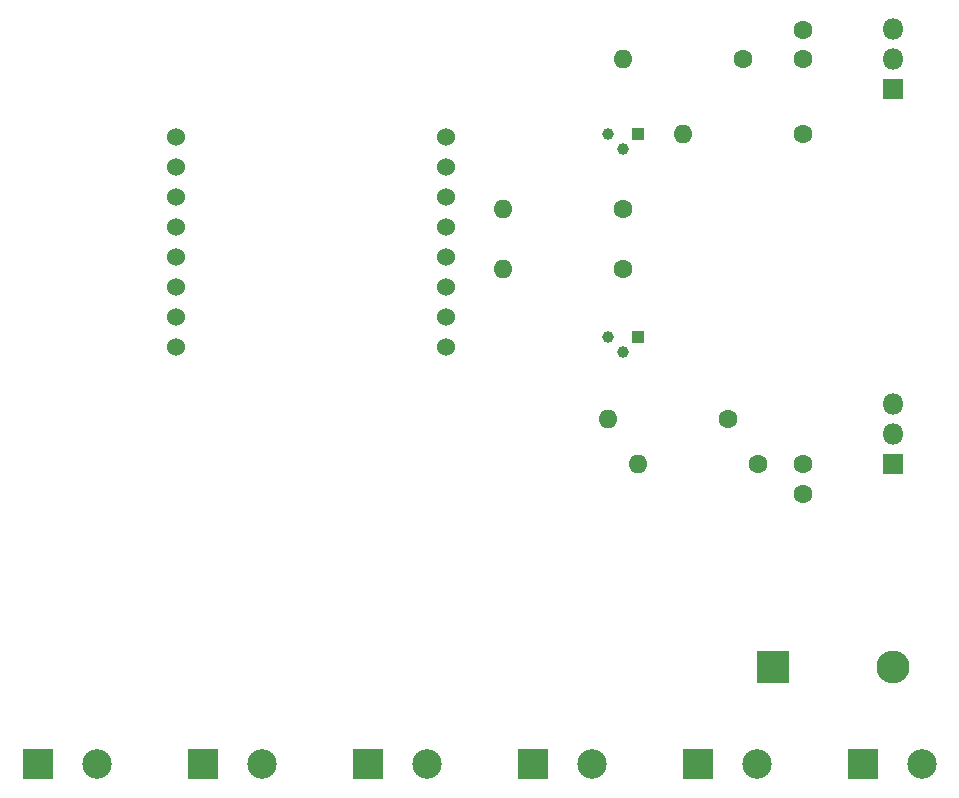
<source format=gts>
G04 #@! TF.FileFunction,Soldermask,Top*
%FSLAX46Y46*%
G04 Gerber Fmt 4.6, Leading zero omitted, Abs format (unit mm)*
G04 Created by KiCad (PCBNEW 4.0.6) date 08/24/17 20:09:39*
%MOMM*%
%LPD*%
G01*
G04 APERTURE LIST*
%ADD10C,0.100000*%
%ADD11C,1.600000*%
%ADD12R,2.800000X2.800000*%
%ADD13O,2.800000X2.800000*%
%ADD14R,2.500000X2.500000*%
%ADD15C,2.500000*%
%ADD16C,1.000000*%
%ADD17R,1.000000X1.000000*%
%ADD18R,1.800000X1.800000*%
%ADD19O,1.800000X1.800000*%
%ADD20O,1.600000X1.600000*%
%ADD21C,1.524000*%
G04 APERTURE END LIST*
D10*
D11*
X152400000Y-97790000D03*
X152400000Y-100290000D03*
X152400000Y-63500000D03*
X152400000Y-61000000D03*
D12*
X149860000Y-114935000D03*
D13*
X160020000Y-114935000D03*
D14*
X87630000Y-123190000D03*
D15*
X92630000Y-123190000D03*
D14*
X101600000Y-123190000D03*
D15*
X106600000Y-123190000D03*
D14*
X115570000Y-123190000D03*
D15*
X120570000Y-123190000D03*
D14*
X129540000Y-123190000D03*
D15*
X134540000Y-123190000D03*
D14*
X143510000Y-123190000D03*
D15*
X148510000Y-123190000D03*
D14*
X157480000Y-123190000D03*
D15*
X162480000Y-123190000D03*
D16*
X137160000Y-88265000D03*
X135890000Y-86995000D03*
D17*
X138430000Y-86995000D03*
D16*
X137160000Y-71120000D03*
X135890000Y-69850000D03*
D17*
X138430000Y-69850000D03*
D18*
X160020000Y-97790000D03*
D19*
X160020000Y-95250000D03*
X160020000Y-92710000D03*
D18*
X160020000Y-66040000D03*
D19*
X160020000Y-63500000D03*
X160020000Y-60960000D03*
D11*
X137160000Y-81280000D03*
D20*
X127000000Y-81280000D03*
D11*
X137160000Y-76200000D03*
D20*
X127000000Y-76200000D03*
D11*
X146050000Y-93980000D03*
D20*
X135890000Y-93980000D03*
D11*
X152400000Y-69850000D03*
D20*
X142240000Y-69850000D03*
D11*
X148590000Y-97790000D03*
D20*
X138430000Y-97790000D03*
D11*
X147320000Y-63500000D03*
D20*
X137160000Y-63500000D03*
D21*
X122195001Y-70125001D03*
X122195001Y-72665001D03*
X122195001Y-75205001D03*
X122195001Y-77745001D03*
X122195001Y-80285001D03*
X122195001Y-82825001D03*
X122195001Y-85365001D03*
X122195001Y-87905001D03*
X99335001Y-70125001D03*
X99335001Y-72665001D03*
X99335001Y-75205001D03*
X99335001Y-77745001D03*
X99335001Y-80285001D03*
X99335001Y-82825001D03*
X99335001Y-85365001D03*
X99335001Y-87905001D03*
X122195001Y-70125001D03*
M02*

</source>
